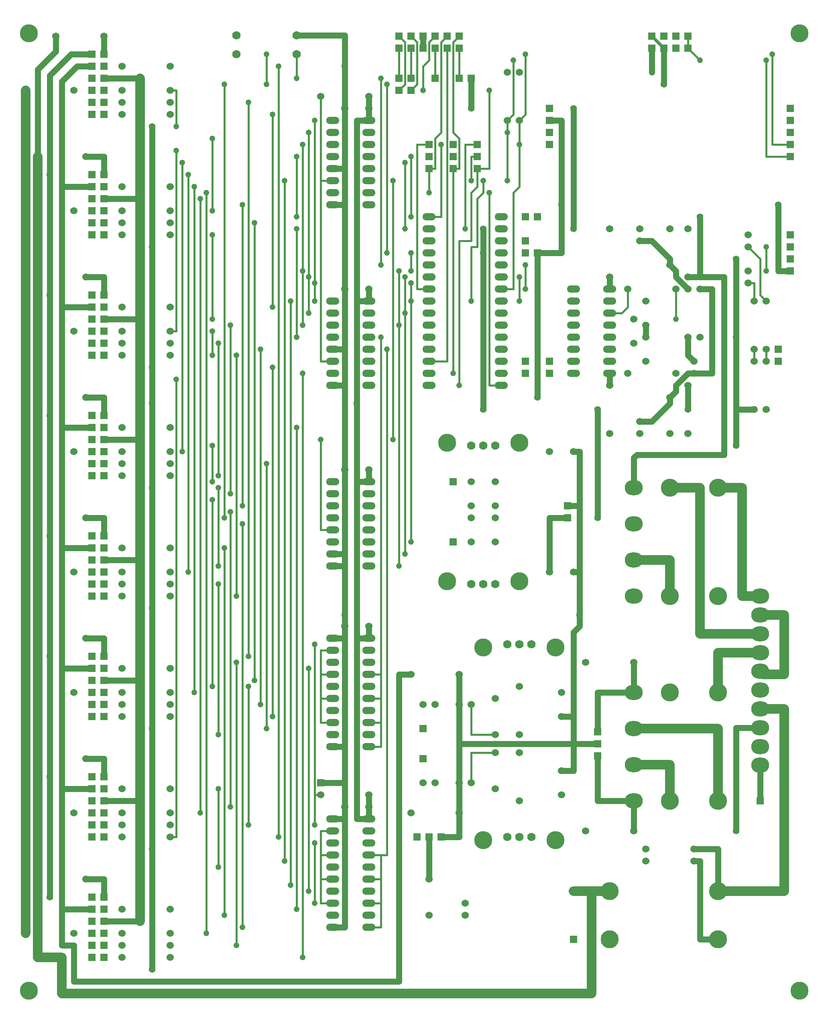
<source format=gbr>
G04 DesignSpark PCB Gerber Version 13.0 Build *
%FSLAX35Y35*%
%MOIN*%
%ADD71R,0.06000X0.06000*%
%ADD19C,0.01500*%
%ADD18C,0.02500*%
%ADD16C,0.04800*%
%ADD14C,0.05000*%
%ADD15C,0.05600*%
%ADD20C,0.06000*%
%ADD23C,0.07000*%
%ADD17C,0.08000*%
%ADD70C,0.15000*%
%ADD21O,0.11000X0.06000*%
%ADD22O,0.15000X0.12500*%
X0Y0D02*
D02*
D14*
X25250Y710250D02*
Y782750D01*
X40250Y797750D01*
Y810250D01*
X35250Y195250D02*
Y95250D01*
Y295250D02*
Y195250D01*
Y395250D02*
Y295250D01*
Y495250D02*
Y395250D01*
Y595250D02*
Y495250D01*
Y695250D02*
Y777750D01*
X52750Y795250D01*
X70250D01*
X35250Y695250D02*
Y595250D01*
X45250Y85250D02*
X70250D01*
X45250Y185250D02*
Y85250D01*
Y185250D02*
X70250D01*
X45250Y285250D02*
Y185250D01*
Y285250D02*
X70250D01*
X45250Y385250D02*
Y285250D01*
Y385250D02*
X70250D01*
X45250Y485250D02*
Y385250D01*
Y485250D02*
X70250D01*
X45250Y585250D02*
Y485250D01*
Y585250D02*
Y685250D01*
Y772750D01*
X57750Y785250D01*
X70250D01*
X45250Y685250D02*
X70250D01*
X65250Y110250D02*
X80250D01*
Y95250D01*
X65250Y210250D02*
X80250D01*
Y195250D01*
X65250Y310250D02*
X80250D01*
Y295250D01*
X65250Y410250D02*
X80250D01*
Y395250D01*
X65250Y510250D02*
X80250D01*
Y495250D01*
X65250Y610250D02*
X80250D01*
Y595250D01*
X65250Y710250D02*
X80250D01*
Y695250D01*
X70250Y585250D02*
X45250D01*
X80250Y75250D02*
X110250D01*
X80250Y775250D02*
X110250D01*
X80250Y810250D02*
Y795250D01*
X110250Y175250D02*
X80250D01*
X110250Y275250D02*
X80250D01*
X110250Y375250D02*
X80250D01*
X110250Y475250D02*
X80250D01*
X110250Y575250D02*
X80250D01*
X110250Y675250D02*
X80250D01*
X120250Y135250D02*
Y35250D01*
Y235250D02*
Y135250D01*
Y335250D02*
Y235250D01*
Y435250D02*
Y335250D01*
Y505250D02*
Y435250D01*
Y535250D02*
Y505250D01*
Y635250D02*
Y535250D01*
Y735250D02*
Y635250D01*
X240250Y810998D02*
X280250D01*
Y785250D01*
X270250Y160250D02*
X280250D01*
X270250Y310250D02*
X280250D01*
X270250Y380250D02*
X280250D01*
X270250Y550250D02*
X280250D01*
X270250Y700250D02*
X280250D01*
Y160250D02*
Y70250D01*
X270250D01*
X280250Y190250D02*
X260250D01*
X280250D02*
Y160250D01*
Y220250D02*
Y190250D01*
Y220250D02*
X270250D01*
X280250Y310250D02*
Y220250D01*
Y329650D02*
Y310250D01*
Y370250D02*
Y329650D01*
Y370250D02*
X270250D01*
X280250Y380250D02*
Y370250D01*
Y520250D02*
Y380250D01*
Y520250D02*
X270250D01*
X280250Y550250D02*
Y520250D01*
Y600250D02*
Y670250D01*
Y600250D02*
Y550250D01*
Y670250D02*
X270250D01*
X280250Y700250D02*
Y670250D01*
Y750250D02*
Y785250D01*
Y750250D02*
Y700250D01*
X290250Y310250D02*
Y160250D01*
X300250D01*
X290250Y310250D02*
X300250D01*
X290250Y440250D02*
Y505250D01*
Y440250D02*
Y310250D01*
Y440250D02*
X300250D01*
X290250Y590250D02*
Y505250D01*
Y590250D02*
X300250D01*
Y170250D02*
Y160250D01*
Y180250D02*
Y170250D01*
Y320250D02*
Y310250D01*
Y450250D02*
Y440250D01*
Y600250D02*
Y590250D01*
Y740250D02*
X290250D01*
Y590250D01*
X300250Y750250D02*
Y740250D01*
Y760250D02*
Y750250D01*
X335250Y280250D02*
X325250D01*
Y25250D01*
X55250D01*
Y55250D01*
X45250D01*
Y85250D01*
X345250Y810250D02*
Y800250D01*
X350250Y145250D02*
Y110250D01*
X375250Y165250D02*
Y145250D01*
X360250D01*
X375250Y190250D02*
Y165250D01*
Y222750D02*
Y190250D01*
Y255250D02*
Y222750D01*
Y280250D02*
Y255250D01*
X385250Y750250D02*
Y775250D01*
X395250Y500250D02*
Y630250D01*
Y650250D01*
X440250Y630250D02*
X460250D01*
Y670250D01*
X440250Y630250D02*
Y510250D01*
X460250Y245250D02*
X470250D01*
X460250Y670250D02*
Y740250D01*
X450250D01*
X465250Y410250D02*
X450250D01*
Y365250D01*
X465250Y420250D02*
X475250D01*
X470250Y222750D02*
X375250D01*
X470250D02*
Y200250D01*
X460250D01*
X470250Y222750D02*
X490250D01*
X470250Y245250D02*
Y222750D01*
Y365250D02*
X475250D01*
X470250Y465250D02*
X475250D01*
Y420250D01*
X470250Y650250D02*
Y750250D01*
X475250Y329650D02*
Y320250D01*
X470250Y315250D01*
Y245250D01*
X475250Y365250D02*
Y329650D01*
Y420250D02*
Y365250D01*
X490250Y500250D02*
Y410250D01*
X500250Y530250D02*
Y520250D01*
Y610250D02*
Y600250D01*
X520250Y175250D02*
Y150250D01*
Y175250D02*
X490250D01*
Y212750D01*
X520250Y265250D02*
X490250D01*
Y232750D01*
X520250Y290250D02*
Y265250D01*
Y435250D02*
Y460250D01*
X530250Y570250D02*
Y560250D01*
X535250Y780250D02*
Y800250D01*
X545250Y770250D02*
Y800250D01*
X550250Y510250D02*
Y505250D01*
X535250Y490250D01*
X525250D01*
X550250Y620250D02*
Y625250D01*
X535250Y640250D01*
X525250D01*
X565250Y520250D02*
Y500250D01*
Y560250D02*
Y545250D01*
X570250Y540250D01*
X565250Y600250D02*
X555250Y610250D01*
Y615250D01*
X550250Y620250D01*
X570250Y125250D02*
X575250D01*
Y60250D01*
X590250D01*
X570250Y135250D02*
X590250D01*
Y100250D01*
X570250Y530250D02*
X565250D01*
X555250Y520250D01*
Y515250D01*
X550250Y510250D01*
X575250Y600250D02*
X585250D01*
Y530250D01*
X570250D01*
X575250Y610250D02*
X565250D01*
X575250D02*
X595250D01*
Y462750D01*
X522750D01*
X520250Y460250D01*
X575250Y660250D02*
Y610250D01*
X605250Y470250D02*
Y500250D01*
Y560250D01*
Y625250D01*
X620250Y500250D02*
X605250D01*
X625250Y204850D02*
Y175250D01*
Y236050D02*
X605250D01*
Y150250D01*
X627850Y280250D02*
X625250Y282850D01*
X640250Y670250D02*
Y615250D01*
X650250D01*
D02*
D15*
X35250Y95250D03*
Y195250D03*
Y295250D03*
Y395250D03*
Y495250D03*
Y595250D03*
Y695250D03*
X110250Y320250D03*
X120250Y35250D03*
Y135250D03*
Y235250D03*
Y335250D03*
Y435250D03*
Y505250D03*
Y535250D03*
Y635250D03*
Y735250D03*
X280250Y329650D03*
Y785250D03*
X290250Y505250D03*
X385250Y750250D03*
X395250Y500250D03*
Y630250D03*
Y650250D03*
X440250Y510250D03*
X460250Y670250D03*
X470250Y650250D03*
Y750250D03*
X475250Y329650D03*
X490250Y410250D03*
Y500250D03*
X545250Y770250D03*
X565250Y500250D03*
X575250Y660250D03*
X605250Y150250D03*
Y470250D03*
Y560250D03*
Y625250D03*
X640250Y670250D03*
D02*
D16*
X140250Y525250D03*
Y715250D03*
Y735250D03*
X145250Y465250D03*
Y705250D03*
X150250Y365250D03*
Y695250D03*
X155250Y265250D03*
Y685250D03*
X160250Y165250D03*
Y675250D03*
X165250Y65250D03*
Y680250D03*
X170250Y270250D03*
Y425250D03*
Y440250D03*
Y470250D03*
Y545250D03*
Y565250D03*
Y575250D03*
Y645250D03*
Y665250D03*
Y725250D03*
X175250Y120250D03*
Y185250D03*
Y230250D03*
Y355250D03*
Y370250D03*
Y435250D03*
Y445250D03*
Y555250D03*
X180250Y80250D03*
Y385250D03*
Y410250D03*
Y770250D03*
X185250Y170250D03*
Y415250D03*
Y430250D03*
Y570250D03*
X190250Y55250D03*
Y290250D03*
Y345250D03*
Y545250D03*
X195250Y70250D03*
Y405250D03*
Y420250D03*
Y670250D03*
X200250Y155250D03*
Y270250D03*
Y295250D03*
Y755250D03*
X205250Y275250D03*
Y655250D03*
X210250Y255250D03*
Y550250D03*
X215250Y235250D03*
Y455250D03*
Y770250D03*
Y795250D03*
X220250Y245250D03*
Y535250D03*
Y585250D03*
Y745250D03*
X225250Y145250D03*
Y785250D03*
X230250Y125250D03*
Y690250D03*
X235250Y105250D03*
Y590250D03*
X240250Y85250D03*
Y485250D03*
Y560250D03*
Y650250D03*
Y660250D03*
Y710250D03*
Y775250D03*
X245250Y45250D03*
Y530250D03*
Y570250D03*
Y615250D03*
Y720250D03*
X250250Y100250D03*
Y285250D03*
Y580250D03*
Y610250D03*
Y730250D03*
X255250Y90250D03*
Y140250D03*
Y155250D03*
Y305250D03*
Y590250D03*
Y605250D03*
Y740250D03*
X260250Y475250D03*
X310250Y560250D03*
Y620250D03*
Y775250D03*
X315250Y550250D03*
Y630250D03*
Y770250D03*
X320250Y475250D03*
Y690250D03*
X325250Y370250D03*
Y570250D03*
Y615250D03*
X330250Y380250D03*
Y580250D03*
Y610250D03*
Y650250D03*
Y705250D03*
X335250Y390250D03*
Y590250D03*
Y605250D03*
Y615250D03*
Y630250D03*
Y660250D03*
Y710250D03*
X345250Y765250D03*
X350250Y680250D03*
X360250Y720250D03*
X370250Y530250D03*
X375250Y520250D03*
X380250Y650250D03*
X385250Y590250D03*
Y690250D03*
X395250D03*
X400250Y680250D03*
Y765250D03*
X415250Y690250D03*
Y730250D03*
X420250Y790250D03*
X425250Y590250D03*
Y610250D03*
Y720250D03*
X430250Y600250D03*
Y620250D03*
Y795250D03*
X535250Y780250D03*
X555250Y575250D03*
X575250Y790250D03*
X630250Y615250D03*
Y635250D03*
Y790250D03*
X635250Y795250D03*
D02*
D17*
X15250Y165250D02*
Y65250D01*
Y265250D02*
Y165250D01*
Y365250D02*
Y265250D01*
Y465250D02*
Y365250D01*
Y565250D02*
Y465250D01*
Y665250D02*
Y565250D01*
Y765250D02*
Y665250D01*
X25250Y210250D02*
Y110250D01*
Y310250D02*
Y210250D01*
Y410250D02*
Y310250D01*
Y510250D02*
Y410250D01*
Y610250D02*
Y510250D01*
Y710250D02*
Y610250D01*
X110250Y75250D02*
Y175250D01*
Y275250D02*
Y175250D01*
Y320250D02*
Y275250D01*
Y375250D02*
Y320250D01*
Y475250D02*
Y375250D01*
Y575250D02*
Y475250D01*
Y675250D02*
Y575250D01*
Y775250D02*
Y675250D01*
X470250Y100250D02*
X485250D01*
X500250D01*
X485250D02*
Y15250D01*
X45250D01*
Y45250D01*
X25250D01*
Y110250D01*
X520250Y205250D02*
X550250D01*
Y175250D01*
X520250Y235250D02*
X590250D01*
Y175250D01*
X520250Y375250D02*
X550250D01*
Y345250D01*
X625250Y251650D02*
X645250D01*
Y100250D01*
X590250D01*
X625250Y298450D02*
X590250D01*
Y265250D01*
X625250Y314050D02*
X575250D01*
Y435250D01*
X550250D01*
X625250Y329650D02*
X645250D01*
Y280250D01*
X627850D01*
X625250Y345250D02*
X610250D01*
Y435250D01*
X590250D01*
D02*
D18*
X535250Y810250D02*
X545250Y800250D01*
D02*
D19*
X140250Y525250D02*
Y145250D01*
X135250D01*
X140250Y715250D02*
Y565250D01*
X135250D01*
X140250Y735250D02*
Y765250D01*
X135250D01*
X145250Y705250D02*
Y465250D01*
X150250Y695250D02*
Y365250D01*
X155250Y685250D02*
Y265250D01*
X160250Y675250D02*
Y165250D01*
X165250Y680250D02*
Y65250D01*
X170250Y425250D02*
Y270250D01*
Y440250D02*
Y470250D01*
Y565250D02*
Y545250D01*
Y575250D02*
Y645250D01*
Y725250D02*
Y665250D01*
X175250Y120250D02*
Y185250D01*
Y230250D02*
Y355250D01*
Y435250D02*
Y370250D01*
Y555250D02*
Y445250D01*
X180250Y80250D02*
Y385250D01*
Y410250D02*
Y770250D01*
X185250Y415250D02*
Y170250D01*
Y430250D02*
Y570250D01*
X190250Y290250D02*
Y55250D01*
Y545250D02*
Y345250D01*
X195250Y405250D02*
Y70250D01*
Y670250D02*
Y420250D01*
X200250Y270250D02*
Y155250D01*
Y295250D02*
Y755250D01*
X205250Y275250D02*
Y655250D01*
X210250Y255250D02*
Y550250D01*
X215250Y235250D02*
Y455250D01*
Y795250D02*
Y770250D01*
X220250Y535250D02*
Y245250D01*
Y585250D02*
Y745250D01*
X225250Y785250D02*
Y145250D01*
X230250Y125250D02*
Y690250D01*
X235250Y105250D02*
Y590250D01*
X240250Y85250D02*
Y485250D01*
Y650250D02*
Y560250D01*
Y660250D02*
Y710250D01*
Y775250D02*
Y795250D01*
X245250Y530250D02*
Y45250D01*
Y615250D02*
Y720250D01*
Y615250D02*
Y570250D01*
X250250Y100250D02*
Y285250D01*
Y610250D02*
Y730250D01*
Y610250D02*
Y580250D01*
X255250Y140250D02*
Y90250D01*
Y155250D02*
Y180250D01*
X260250D01*
X255250Y305250D02*
Y180250D01*
Y605250D02*
Y590250D01*
Y740250D02*
Y605250D01*
X260250Y110250D02*
Y130250D01*
Y110250D02*
X270250D01*
X260250Y130250D02*
Y150250D01*
X270250D01*
X260250Y130250D02*
X270250D01*
X260250Y260250D02*
Y280250D01*
Y260250D02*
X270250D01*
X260250Y280250D02*
Y300250D01*
X270250D01*
X260250Y280250D02*
X270250D01*
X260250Y690250D02*
Y540250D01*
X270250D01*
X260250Y690250D02*
X270250D01*
X260250Y760250D02*
Y690250D01*
X270250Y90250D02*
X260250D01*
Y110250D01*
X270250Y240250D02*
X260250D01*
Y260250D01*
X270250Y400250D02*
X260250D01*
Y475250D01*
X300250Y130250D02*
X310250D01*
X300250Y280250D02*
X310250D01*
Y90250D02*
Y70250D01*
X300250D01*
X310250Y90250D02*
X300250D01*
X310250Y110250D02*
Y90250D01*
Y110250D02*
X300250D01*
X310250Y130250D02*
Y110250D01*
Y240250D02*
Y220250D01*
X300250D01*
X310250Y240250D02*
X300250D01*
X310250Y260250D02*
Y240250D01*
Y260250D02*
X300250D01*
X310250Y280250D02*
Y260250D01*
Y560250D02*
Y280250D01*
Y620250D02*
Y775250D01*
X315250Y550250D02*
Y130250D01*
X310250D01*
X315250Y630250D02*
Y770250D01*
X320250Y475250D02*
Y690250D01*
X325250Y570250D02*
Y370250D01*
Y570250D02*
Y615250D01*
Y800250D02*
Y775250D01*
Y810250D02*
X330250Y805250D01*
Y770250D01*
X325250Y765250D01*
X330250Y580250D02*
Y380250D01*
Y580250D02*
Y610250D01*
Y705250D02*
Y650250D01*
X335250Y590250D02*
Y390250D01*
Y590250D02*
Y605250D01*
Y615250D02*
Y630250D01*
Y710250D02*
Y660250D01*
Y800250D02*
Y775250D01*
Y810250D02*
X340250Y805250D01*
Y770250D01*
X335250Y765250D01*
X350250Y700250D02*
X355250D01*
X350250D02*
Y680250D01*
Y720250D02*
X340250D01*
Y600250D01*
X350250D01*
X355250Y700250D02*
Y725250D01*
X360250Y730250D01*
Y805250D01*
X365250Y810250D01*
X355250Y800250D02*
Y775250D01*
Y810250D02*
X350250Y805250D01*
Y790250D01*
X345250Y785250D01*
Y765250D01*
X360250Y720250D02*
Y660250D01*
X350250D01*
X365250Y800250D02*
Y540250D01*
X350250D01*
X370250Y700250D02*
Y530250D01*
Y790250D02*
Y730250D01*
X375250Y725250D01*
Y700250D01*
X370250D01*
Y790250D02*
Y805250D01*
X375250Y810250D01*
Y520250D02*
Y640250D01*
X385250D01*
Y680250D01*
X390250Y685250D01*
Y700250D01*
X375250Y800250D02*
Y775250D01*
X385250Y190250D02*
Y215250D01*
X405250D01*
X385250Y690250D02*
Y710250D01*
X390250D01*
Y720250D02*
X380250D01*
Y650250D01*
X395250Y690250D02*
Y680250D01*
X390250Y675250D01*
Y635250D01*
X385250D01*
Y590250D01*
X400250Y680250D02*
Y520250D01*
X410250D01*
X400250Y765250D02*
Y700250D01*
X390250D01*
X405250Y230250D02*
X385250D01*
Y255250D01*
X415250Y730250D02*
Y690250D01*
Y740250D02*
X420250Y745250D01*
Y790250D01*
X415250Y740250D02*
Y730250D01*
X425250Y610250D02*
Y590250D01*
Y720250D02*
Y685250D01*
X420250Y680250D01*
Y600250D01*
X410250D01*
X425250Y740250D02*
X430250Y745250D01*
Y795250D01*
X425250Y740250D02*
Y720250D01*
X430250Y620250D02*
Y600250D01*
X515250D02*
Y585250D01*
X510250Y580250D01*
X500250D01*
X555250Y600250D02*
Y575250D01*
X565250Y800250D02*
X575250Y790250D01*
X565250Y810250D02*
Y800250D01*
X615250Y605250D02*
X620250D01*
Y590250D01*
Y550250D02*
Y540250D01*
X630250Y550250D02*
Y540250D01*
Y590250D02*
X625250Y595250D01*
Y625250D01*
X615250Y635250D01*
X630250Y615250D02*
Y635250D01*
Y790250D02*
Y710250D01*
X650250D01*
X635250Y795250D02*
Y720250D01*
X650250D01*
D02*
D70*
X17750Y17750D03*
Y812750D03*
X365250Y357750D03*
Y472750D03*
X395250Y142750D03*
Y302750D03*
X425250Y357750D03*
Y472750D03*
X455250Y142750D03*
Y302750D03*
X500250Y60250D03*
Y100250D03*
X550250Y175250D03*
Y265250D03*
Y345250D03*
Y435250D03*
X590250Y60250D03*
Y100250D03*
Y175250D03*
Y265250D03*
Y345250D03*
Y435250D03*
X657750Y17750D03*
Y812750D03*
D02*
D71*
X70250Y45250D03*
Y55250D03*
Y65250D03*
Y75250D03*
Y85250D03*
Y95250D03*
Y145250D03*
Y155250D03*
Y165250D03*
Y175250D03*
Y185250D03*
Y195250D03*
Y245250D03*
Y255250D03*
Y265250D03*
Y275250D03*
Y285250D03*
Y295250D03*
Y345250D03*
Y355250D03*
Y365250D03*
Y375250D03*
Y385250D03*
Y395250D03*
Y445250D03*
Y455250D03*
Y465250D03*
Y475250D03*
Y485250D03*
Y495250D03*
Y545250D03*
Y555250D03*
Y565250D03*
Y575250D03*
Y585250D03*
Y595250D03*
Y645250D03*
Y655250D03*
Y665250D03*
Y675250D03*
Y685250D03*
Y695250D03*
Y745250D03*
Y755250D03*
Y765250D03*
Y775250D03*
Y785250D03*
Y795250D03*
X80250Y45250D03*
Y55250D03*
Y65250D03*
Y75250D03*
Y85250D03*
Y95250D03*
Y145250D03*
Y155250D03*
Y165250D03*
Y175250D03*
Y185250D03*
Y195250D03*
Y245250D03*
Y255250D03*
Y265250D03*
Y275250D03*
Y285250D03*
Y295250D03*
Y345250D03*
Y355250D03*
Y365250D03*
Y375250D03*
Y385250D03*
Y395250D03*
Y445250D03*
Y455250D03*
Y465250D03*
Y475250D03*
Y485250D03*
Y495250D03*
Y545250D03*
Y555250D03*
Y565250D03*
Y575250D03*
Y585250D03*
Y595250D03*
Y645250D03*
Y655250D03*
Y665250D03*
Y675250D03*
Y685250D03*
Y695250D03*
Y745250D03*
Y755250D03*
Y765250D03*
Y775250D03*
Y785250D03*
Y795250D03*
X260250Y190250D03*
X325250Y765250D03*
Y775250D03*
Y800250D03*
Y810250D03*
X335250Y765250D03*
Y775250D03*
Y800250D03*
Y810250D03*
X340250Y145250D03*
X345250Y210250D03*
Y235250D03*
Y800250D03*
Y810250D03*
X350250Y145250D03*
Y700250D03*
Y710250D03*
Y720250D03*
X355250Y775250D03*
Y800250D03*
Y810250D03*
X360250Y145250D03*
X365250Y800250D03*
Y810250D03*
X370250Y390250D03*
Y440250D03*
Y700250D03*
Y710250D03*
Y720250D03*
X375250Y775250D03*
Y800250D03*
Y810250D03*
X385250Y775250D03*
X390250Y700250D03*
Y710250D03*
Y720250D03*
X430250Y530250D03*
Y540250D03*
Y630250D03*
Y640250D03*
Y660250D03*
X440250Y630250D03*
Y660250D03*
X450250Y530250D03*
Y540250D03*
Y720250D03*
Y730250D03*
Y740250D03*
Y750250D03*
X465250Y410250D03*
Y420250D03*
X470250Y60250D03*
Y100250D03*
X490250Y212750D03*
Y222750D03*
Y232750D03*
X535250Y800250D03*
Y810250D03*
X545250Y800250D03*
Y810250D03*
X555250Y800250D03*
Y810250D03*
X565250Y800250D03*
Y810250D03*
X625250Y175250D03*
X640250Y540250D03*
Y550250D03*
X650250Y615250D03*
Y625250D03*
Y635250D03*
Y645250D03*
Y710250D03*
Y720250D03*
Y730250D03*
Y740250D03*
Y750250D03*
D02*
D20*
X15250Y65250D03*
Y165250D03*
Y265250D03*
Y365250D03*
Y465250D03*
Y565250D03*
Y665250D03*
Y765250D03*
X25250Y110250D03*
Y210250D03*
Y310250D03*
Y410250D03*
Y510250D03*
Y610250D03*
Y710250D03*
X40250Y810250D03*
X55250Y65250D03*
Y165250D03*
Y265250D03*
Y365250D03*
Y465250D03*
Y565250D03*
Y665250D03*
Y765250D03*
X65250Y110250D03*
Y210250D03*
Y310250D03*
Y410250D03*
Y510250D03*
Y610250D03*
Y710250D03*
X80250Y810250D03*
X95250Y45250D03*
Y55250D03*
Y65250D03*
Y85250D03*
Y145250D03*
Y155250D03*
Y165250D03*
Y185250D03*
Y245250D03*
Y255250D03*
Y265250D03*
Y285250D03*
Y345250D03*
Y355250D03*
Y365250D03*
Y385250D03*
Y445250D03*
Y455250D03*
Y465250D03*
Y485250D03*
Y545250D03*
Y555250D03*
Y565250D03*
Y585250D03*
Y645250D03*
Y655250D03*
Y665250D03*
Y685250D03*
Y745250D03*
Y755250D03*
Y765250D03*
Y785250D03*
X135250Y45250D03*
Y55250D03*
Y65250D03*
Y85250D03*
Y145250D03*
Y155250D03*
Y165250D03*
Y185250D03*
Y245250D03*
Y255250D03*
Y265250D03*
Y285250D03*
Y345250D03*
Y355250D03*
Y365250D03*
Y385250D03*
Y445250D03*
Y455250D03*
Y465250D03*
Y485250D03*
Y545250D03*
Y555250D03*
Y565250D03*
Y585250D03*
Y645250D03*
Y655250D03*
Y665250D03*
Y685250D03*
Y745250D03*
Y755250D03*
Y765250D03*
Y785250D03*
X260250Y180250D03*
Y760250D03*
X280250Y170250D03*
Y320250D03*
Y450250D03*
Y600250D03*
Y750250D03*
X300250Y170250D03*
Y180250D03*
Y320250D03*
Y450250D03*
Y600250D03*
Y750250D03*
Y760250D03*
X335250Y165250D03*
Y280250D03*
X345250Y190250D03*
Y255250D03*
X350250Y80250D03*
Y110250D03*
X355250Y190250D03*
Y255250D03*
X375250Y165250D03*
Y190250D03*
Y255250D03*
Y280250D03*
X380250Y80250D03*
Y90250D03*
X385250Y190250D03*
Y255250D03*
Y390250D03*
Y410250D03*
Y420250D03*
Y440250D03*
X405250Y185250D03*
Y215250D03*
Y230250D03*
Y260250D03*
Y390250D03*
Y410250D03*
Y420250D03*
Y440250D03*
X415250Y740250D03*
Y780250D03*
X425250Y175250D03*
Y215250D03*
Y230250D03*
Y270250D03*
Y740250D03*
Y780250D03*
X450250Y365250D03*
Y465250D03*
X460250Y180250D03*
Y200250D03*
Y245250D03*
Y265250D03*
X470250Y365250D03*
Y465250D03*
X480250Y150250D03*
Y290250D03*
X500250Y480250D03*
Y520250D03*
Y610250D03*
Y650250D03*
X515250Y530250D03*
Y600250D03*
X520250Y150250D03*
Y290250D03*
Y555250D03*
Y575250D03*
X525250Y480250D03*
Y490250D03*
Y640250D03*
Y650250D03*
X530250Y125250D03*
Y135250D03*
Y540250D03*
Y560250D03*
Y570250D03*
Y590250D03*
X550250Y480250D03*
Y510250D03*
Y620250D03*
Y650250D03*
X555250Y530250D03*
Y600250D03*
X565250Y480250D03*
Y520250D03*
Y560250D03*
Y600250D03*
Y610250D03*
Y650250D03*
X570250Y125250D03*
Y135250D03*
Y530250D03*
Y540250D03*
X575250Y560250D03*
Y600250D03*
X615250Y605250D03*
Y615250D03*
Y635250D03*
Y645250D03*
X620250Y500250D03*
Y540250D03*
Y550250D03*
Y590250D03*
X630250Y500250D03*
Y540250D03*
Y550250D03*
Y590250D03*
D02*
D21*
X270250Y70250D03*
Y80250D03*
Y90250D03*
Y100250D03*
Y110250D03*
Y120250D03*
Y130250D03*
Y140250D03*
Y150250D03*
Y160250D03*
Y220250D03*
Y230250D03*
Y240250D03*
Y250250D03*
Y260250D03*
Y270250D03*
Y280250D03*
Y290250D03*
Y300250D03*
Y310250D03*
Y370250D03*
Y380250D03*
Y390250D03*
Y400250D03*
Y410250D03*
Y420250D03*
Y430250D03*
Y440250D03*
Y520250D03*
Y530250D03*
Y540250D03*
Y550250D03*
Y560250D03*
Y570250D03*
Y580250D03*
Y590250D03*
Y670250D03*
Y680250D03*
Y690250D03*
Y700250D03*
Y710250D03*
Y720250D03*
Y730250D03*
Y740250D03*
X300250Y70250D03*
Y80250D03*
Y90250D03*
Y100250D03*
Y110250D03*
Y120250D03*
Y130250D03*
Y140250D03*
Y150250D03*
Y160250D03*
Y220250D03*
Y230250D03*
Y240250D03*
Y250250D03*
Y260250D03*
Y270250D03*
Y280250D03*
Y290250D03*
Y300250D03*
Y310250D03*
Y370250D03*
Y380250D03*
Y390250D03*
Y400250D03*
Y410250D03*
Y420250D03*
Y430250D03*
Y440250D03*
Y520250D03*
Y530250D03*
Y540250D03*
Y550250D03*
Y560250D03*
Y570250D03*
Y580250D03*
Y590250D03*
Y670250D03*
Y680250D03*
Y690250D03*
Y700250D03*
Y710250D03*
Y720250D03*
Y730250D03*
Y740250D03*
X350250Y520250D03*
Y530250D03*
Y540250D03*
Y550250D03*
Y560250D03*
Y570250D03*
Y580250D03*
Y590250D03*
Y600250D03*
Y610250D03*
Y620250D03*
Y630250D03*
Y640250D03*
Y650250D03*
Y660250D03*
X410250Y520250D03*
Y530250D03*
Y540250D03*
Y550250D03*
Y560250D03*
Y570250D03*
Y580250D03*
Y590250D03*
Y600250D03*
Y610250D03*
Y620250D03*
Y630250D03*
Y640250D03*
Y650250D03*
Y660250D03*
X470250Y530250D03*
Y540250D03*
Y550250D03*
Y560250D03*
Y570250D03*
Y580250D03*
Y590250D03*
Y600250D03*
X500250Y530250D03*
Y540250D03*
Y550250D03*
Y560250D03*
Y570250D03*
Y580250D03*
Y590250D03*
Y600250D03*
D02*
D22*
X520250Y175250D03*
Y205250D03*
Y235250D03*
Y265250D03*
Y345250D03*
Y375250D03*
Y405250D03*
Y435250D03*
X625250Y204850D03*
Y220450D03*
Y236050D03*
Y251650D03*
Y267250D03*
Y282850D03*
Y298450D03*
Y314050D03*
Y329650D03*
Y345250D03*
D02*
D23*
X190250Y795250D03*
Y810998D03*
X240250Y795250D03*
Y810998D03*
X385250Y355250D03*
Y470250D03*
X395250Y355250D03*
Y470250D03*
X405250Y355250D03*
Y470250D03*
X415250Y145250D03*
Y305250D03*
X425250Y145250D03*
Y305250D03*
X435250Y145250D03*
Y305250D03*
X0Y0D02*
M02*

</source>
